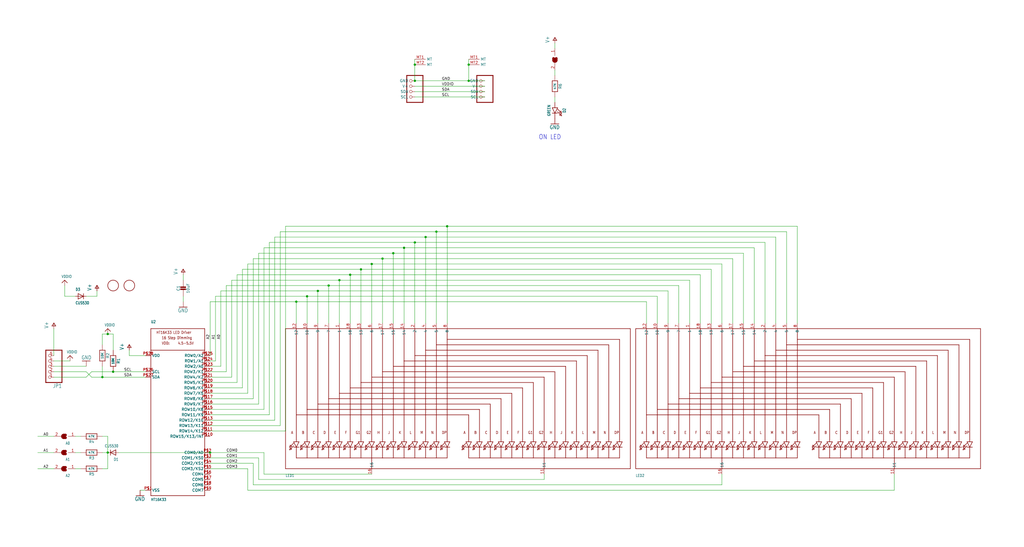
<source format=kicad_sch>
(kicad_sch (version 20230121) (generator eeschema)
  (paper "User" 482.803 257.835)
  (lib_symbols
    (symbol "working-eagle-import:CAP_CERAMIC0805-NOOUTLINE"
      (property "Reference" "C" (at -2.29 1.25 90))
      (symbol "CAP_CERAMIC0805-NOOUTLINE_1_0"
        (pin passive line (at 0 5.08 270) (length 2.54) (name "1") (number "1"))
        (pin passive line (at 0 -2.54 90) (length 2.54) (name "2") (number "2"))
      )
    )
    (symbol "working-eagle-import:DIODESOD-323F"
      (property "Reference" "D" (at -2.54 2.54 0))
      (symbol "DIODESOD-323F_1_0"
        (pin passive line (at -2.54 0 0) (length 2.54) (name "A") (number "A"))
        (pin passive line (at 2.54 0 180) (length 2.54) (name "C") (number "C"))
      )
    )
    (symbol "working-eagle-import:DISP_SEGMENT_STARBURST_DUAL_COMMONCATHODE"
      (property "Reference" "LED" (at -81.28 38.1 0))
      (symbol "DISP_SEGMENT_STARBURST_DUAL_COMMONCATHODE_1_0"
        (text "A" (at -78.74 17.78 0) (effects (font (size 1.27 1.0795)) (justify left bottom)))
        (text "A" (at 2.54 17.78 0) (effects (font (size 1.27 1.0795)) (justify left bottom)))
        (text "B" (at -73.66 17.78 0) (effects (font (size 1.27 1.0795)) (justify left bottom)))
        (text "B" (at 7.62 17.78 0) (effects (font (size 1.27 1.0795)) (justify left bottom)))
        (text "C" (at -68.58 17.78 0) (effects (font (size 1.27 1.0795)) (justify left bottom)))
        (text "C" (at 12.7 17.78 0) (effects (font (size 1.27 1.0795)) (justify left bottom)))
        (text "D" (at -63.5 17.78 0) (effects (font (size 1.27 1.0795)) (justify left bottom)))
        (text "D" (at 17.78 17.78 0) (effects (font (size 1.27 1.0795)) (justify left bottom)))
        (text "DP" (at -7.62 17.78 0) (effects (font (size 1.27 1.0795)) (justify left bottom)))
        (text "DP" (at 73.66 17.78 0) (effects (font (size 1.27 1.0795)) (justify left bottom)))
        (text "E" (at -58.42 17.78 0) (effects (font (size 1.27 1.0795)) (justify left bottom)))
        (text "E" (at 22.86 17.78 0) (effects (font (size 1.27 1.0795)) (justify left bottom)))
        (text "F" (at -53.34 17.78 0) (effects (font (size 1.27 1.0795)) (justify left bottom)))
        (text "F" (at 27.94 17.78 0) (effects (font (size 1.27 1.0795)) (justify left bottom)))
        (text "G1" (at -48.26 17.78 0) (effects (font (size 1.27 1.0795)) (justify left bottom)))
        (text "G1" (at 33.02 17.78 0) (effects (font (size 1.27 1.0795)) (justify left bottom)))
        (text "G2" (at -43.18 17.78 0) (effects (font (size 1.27 1.0795)) (justify left bottom)))
        (text "G2" (at 38.1 17.78 0) (effects (font (size 1.27 1.0795)) (justify left bottom)))
        (text "H" (at -38.1 17.78 0) (effects (font (size 1.27 1.0795)) (justify left bottom)))
        (text "H" (at 43.18 17.78 0) (effects (font (size 1.27 1.0795)) (justify left bottom)))
        (text "J" (at -33.02 17.78 0) (effects (font (size 1.27 1.0795)) (justify left bottom)))
        (text "J" (at 48.26 17.78 0) (effects (font (size 1.27 1.0795)) (justify left bottom)))
        (text "K" (at -27.94 17.78 0) (effects (font (size 1.27 1.0795)) (justify left bottom)))
        (text "K" (at 53.34 17.78 0) (effects (font (size 1.27 1.0795)) (justify left bottom)))
        (text "L" (at -22.86 17.78 0) (effects (font (size 1.27 1.0795)) (justify left bottom)))
        (text "L" (at 58.42 17.78 0) (effects (font (size 1.27 1.0795)) (justify left bottom)))
        (text "M" (at -17.78 17.78 0) (effects (font (size 1.27 1.0795)) (justify left bottom)))
        (text "M" (at 63.5 17.78 0) (effects (font (size 1.27 1.0795)) (justify left bottom)))
        (text "N" (at -12.7 17.78 0) (effects (font (size 1.27 1.0795)) (justify left bottom)))
        (text "N" (at 68.58 17.78 0) (effects (font (size 1.27 1.0795)) (justify left bottom)))
        (pin bidirectional line (at -55.88 -33.02 90) (length 2.54) (name "1") (number "1"))
        (pin bidirectional line (at -71.12 -33.02 90) (length 2.54) (name "10") (number "10"))
        (pin bidirectional line (at 40.64 38.1 270) (length 2.54) (name "11") (number "11"))
        (pin bidirectional line (at -76.2 -33.02 90) (length 2.54) (name "12") (number "12"))
        (pin bidirectional line (at -45.72 -33.02 90) (length 2.54) (name "13") (number "13"))
        (pin bidirectional line (at -25.4 -33.02 90) (length 2.54) (name "14") (number "14"))
        (pin bidirectional line (at -30.48 -33.02 90) (length 2.54) (name "15") (number "15"))
        (pin bidirectional line (at -40.64 38.1 270) (length 2.54) (name "16") (number "16"))
        (pin bidirectional line (at -35.56 -33.02 90) (length 2.54) (name "17") (number "17"))
        (pin bidirectional line (at -50.8 -33.02 90) (length 2.54) (name "18") (number "18"))
        (pin bidirectional line (at -20.32 -33.02 90) (length 2.54) (name "2") (number "2"))
        (pin bidirectional line (at -15.24 -33.02 90) (length 2.54) (name "4") (number "4"))
        (pin bidirectional line (at -10.16 -33.02 90) (length 2.54) (name "5") (number "5"))
        (pin bidirectional line (at -40.64 -33.02 90) (length 2.54) (name "6") (number "6"))
        (pin bidirectional line (at -60.96 -33.02 90) (length 2.54) (name "7") (number "7"))
        (pin bidirectional line (at -5.08 -33.02 90) (length 2.54) (name "8") (number "8"))
        (pin bidirectional line (at -66.04 -33.02 90) (length 2.54) (name "9") (number "9"))
      )
    )
    (symbol "working-eagle-import:FIDUCIAL")
    (symbol "working-eagle-import:GND" (power)
      (property "Value" "GND" (at -2.54 -2.54 0))
      (symbol "GND_1_0"
        (pin power_in line (at 0 2.54 270) (length 2.54) (name "GND") (number "1"))
      )
    )
    (symbol "working-eagle-import:HEADER-1X570MIL"
      (property "Reference" "JP" (at -6.35 8.255 0))
      (symbol "HEADER-1X570MIL_1_0"
        (pin passive inverted (at -2.54 5.08 0) (length 2.54) (name "1") (number "1"))
        (pin passive inverted (at -2.54 2.54 0) (length 2.54) (name "2") (number "2"))
        (pin passive inverted (at -2.54 0 0) (length 2.54) (name "3") (number "3"))
        (pin passive inverted (at -2.54 -2.54 0) (length 2.54) (name "4") (number "4"))
        (pin passive inverted (at -2.54 -5.08 0) (length 2.54) (name "5") (number "5"))
      )
    )
    (symbol "working-eagle-import:HT16K33_SOP28_SKINNY"
      (property "Reference" "U" (at -12.7 40.64 0))
      (symbol "HT16K33_SOP28_SKINNY_1_0"
        (text "16 Step Dimming" (at -7.62 33.02 0) (effects (font (size 1.27 1.0795)) (justify left bottom)))
        (text "4.5-5.5V" (at 0 30.48 0) (effects (font (size 1.27 1.0795)) (justify left bottom)))
        (text "HT16K33 LED Driver" (at -10.16 35.56 0) (effects (font (size 1.27 1.0795)) (justify left bottom)))
        (text "VDD:" (at -7.62 30.48 0) (effects (font (size 1.27 1.0795)) (justify left bottom)))
        (pin bidirectional line (at -15.24 -38.1 0) (length 2.54) (name "VSS") (number "P$1"))
        (pin bidirectional line (at 15.24 -12.7 180) (length 2.54) (name "ROW15/K13/INT") (number "P$10"))
        (pin bidirectional line (at 15.24 -10.16 180) (length 2.54) (name "ROW14/K12") (number "P$11"))
        (pin bidirectional line (at 15.24 -7.62 180) (length 2.54) (name "ROW13/K11") (number "P$12"))
        (pin bidirectional line (at 15.24 -5.08 180) (length 2.54) (name "ROW12/K10") (number "P$13"))
        (pin bidirectional line (at 15.24 -2.54 180) (length 2.54) (name "ROW11/K9") (number "P$14"))
        (pin bidirectional line (at 15.24 0 180) (length 2.54) (name "ROW10/K8") (number "P$15"))
        (pin bidirectional line (at 15.24 2.54 180) (length 2.54) (name "ROW9/K7") (number "P$16"))
        (pin bidirectional line (at 15.24 5.08 180) (length 2.54) (name "ROW8/K6") (number "P$17"))
        (pin bidirectional line (at 15.24 7.62 180) (length 2.54) (name "ROW7/K5") (number "P$18"))
        (pin bidirectional line (at 15.24 10.16 180) (length 2.54) (name "ROW6/K4") (number "P$19"))
        (pin bidirectional line (at 15.24 -20.32 180) (length 2.54) (name "COM0/AD") (number "P$2"))
        (pin bidirectional line (at 15.24 12.7 180) (length 2.54) (name "ROW5/K3") (number "P$20"))
        (pin bidirectional line (at 15.24 15.24 180) (length 2.54) (name "ROW4/K2") (number "P$21"))
        (pin bidirectional line (at 15.24 17.78 180) (length 2.54) (name "ROW3/K1") (number "P$22"))
        (pin bidirectional line (at 15.24 20.32 180) (length 2.54) (name "ROW2/A0") (number "P$23"))
        (pin bidirectional line (at 15.24 22.86 180) (length 2.54) (name "ROW1/A1") (number "P$24"))
        (pin bidirectional line (at 15.24 25.4 180) (length 2.54) (name "ROW0/A2") (number "P$25"))
        (pin bidirectional line (at -15.24 17.78 0) (length 2.54) (name "SCL") (number "P$26"))
        (pin bidirectional line (at -15.24 15.24 0) (length 2.54) (name "SDA") (number "P$27"))
        (pin bidirectional line (at -15.24 25.4 0) (length 2.54) (name "VDD") (number "P$28"))
        (pin bidirectional line (at 15.24 -22.86 180) (length 2.54) (name "COM1/KS0") (number "P$3"))
        (pin bidirectional line (at 15.24 -25.4 180) (length 2.54) (name "COM2/KS1") (number "P$4"))
        (pin bidirectional line (at 15.24 -27.94 180) (length 2.54) (name "COM3/KS2") (number "P$5"))
        (pin bidirectional line (at 15.24 -30.48 180) (length 2.54) (name "COM4") (number "P$6"))
        (pin bidirectional line (at 15.24 -33.02 180) (length 2.54) (name "COM5") (number "P$7"))
        (pin bidirectional line (at 15.24 -35.56 180) (length 2.54) (name "COM6") (number "P$8"))
        (pin bidirectional line (at 15.24 -38.1 180) (length 2.54) (name "COM7") (number "P$9"))
      )
    )
    (symbol "working-eagle-import:LED0603_NOOUTLINE"
      (property "Reference" "D" (at -1.27 4.445 0))
      (symbol "LED0603_NOOUTLINE_1_0"
        (pin passive line (at -5.08 0 0) (length 2.54) (name "A") (number "A"))
        (pin passive line (at 2.54 0 180) (length 2.54) (name "C") (number "C"))
      )
    )
    (symbol "working-eagle-import:RESISTOR_0603_NOOUT"
      (property "Reference" "R" (at 0 2.54 0))
      (symbol "RESISTOR_0603_NOOUT_1_0"
        (pin passive line (at -5.08 0 0) (length 2.54) (name "1") (number "1"))
        (pin passive line (at 5.08 0 180) (length 2.54) (name "2") (number "2"))
      )
    )
    (symbol "working-eagle-import:SOLDERJUMPERCLOSED"
      (property "Reference" "SJ" (at -2.54 2.54 0))
      (symbol "SOLDERJUMPERCLOSED_1_0"
        (pin passive line (at -5.08 0 0) (length 2.54) (name "1") (number "1"))
        (pin passive line (at 5.08 0 180) (length 2.54) (name "2") (number "2"))
      )
    )
    (symbol "working-eagle-import:SOLDERJUMPERREFLOW_NOPASTE"
      (property "Reference" "SJ" (at -2.54 2.54 0))
      (symbol "SOLDERJUMPERREFLOW_NOPASTE_1_0"
        (pin passive line (at -5.08 0 0) (length 2.54) (name "1") (number "1"))
        (pin passive line (at 5.08 0 180) (length 2.54) (name "2") (number "2"))
      )
    )
    (symbol "working-eagle-import:STEMMA_I2C_QTRA"
      (symbol "STEMMA_I2C_QTRA_1_0"
        (pin passive inverted (at 0 5.08 0) (length 2.54) (name "GND") (number "1"))
        (pin passive inverted (at 0 2.54 0) (length 2.54) (name "V+") (number "2"))
        (pin passive inverted (at 0 0 0) (length 2.54) (name "SDA") (number "3"))
        (pin passive inverted (at 0 -2.54 0) (length 2.54) (name "SCL") (number "4"))
      )
      (symbol "STEMMA_I2C_QTRA_2_0"
        (pin bidirectional line (at 0 0 0) (length 5.08) (name "MT") (number "MT1"))
      )
      (symbol "STEMMA_I2C_QTRA_3_0"
        (pin bidirectional line (at 0 0 0) (length 5.08) (name "MT") (number "MT2"))
      )
    )
    (symbol "working-eagle-import:V+" (power)
      (property "Value" "V+" (at -2.54 -2.54 90))
      (symbol "V+_1_0"
        (pin power_in line (at 0 -2.54 90) (length 2.54) (name "V+") (number "1"))
      )
    )
    (symbol "working-eagle-import:VDDIO" (power)
      (property "Value" "VDDIO" (at -1.524 1.016 0))
      (symbol "VDDIO_1_0"
        (pin power_in line (at 0 -2.54 90) (length 2.54) (name "VDDIO") (number "1"))
      )
    )
  )
  (junction (at 53.34 175.26))
  (junction (at 180.34 121.92))
  (junction (at 48.26 177.8))
  (junction (at 195.58 38.1))
  (junction (at 220.98 38.1))
  (junction (at 210.82 106.68))
  (junction (at 195.58 30.48))
  (junction (at 50.8 157.48))
  (junction (at 220.98 30.48))
  (junction (at 200.66 111.76))
  (junction (at 195.58 114.3))
  (junction (at 154.94 134.62))
  (junction (at 99.06 213.36))
  (junction (at 185.42 119.38))
  (junction (at 50.8 213.36))
  (junction (at 205.74 109.22))
  (junction (at 175.26 124.46))
  (junction (at 160.02 132.08))
  (junction (at 165.1 129.54))
  (junction (at 190.5 116.84))
  (junction (at 170.18 127))
  (junction (at 149.86 137.16))
  (junction (at 144.78 139.7))
  (junction (at 139.7 142.24))
  (wire (pts (xy 195.58 30.48) (xy 195.58 38.1)) (stroke (width 0.1524)))
  (wire (pts (xy 86.36 129.54) (xy 86.36 132.08)) (stroke (width 0.1524)))
  (wire (pts (xy 127 114.3) (xy 195.58 114.3)) (stroke (width 0.1524)))
  (wire (pts (xy 175.26 124.46) (xy 175.26 152.4)) (stroke (width 0.1524)))
  (wire (pts (xy 68.58 167.64) (xy 60.96 167.64)) (stroke (width 0.1524)))
  (wire (pts (xy 129.54 198.12) (xy 129.54 111.76)) (stroke (width 0.1524)))
  (wire (pts (xy 35.56 139.7) (xy 30.48 139.7)) (stroke (width 0.1524)))
  (wire (pts (xy 132.08 200.66) (xy 132.08 109.22)) (stroke (width 0.1524)))
  (wire (pts (xy 99.06 218.44) (xy 119.38 218.44)) (stroke (width 0.1524)))
  (wire (pts (xy 48.26 205.74) (xy 50.8 205.74)) (stroke (width 0.1524)))
  (wire (pts (xy 106.68 134.62) (xy 154.94 134.62)) (stroke (width 0.1524)))
  (wire (pts (xy 261.62 33.02) (xy 261.62 35.56)) (stroke (width 0.1524)))
  (wire (pts (xy 121.92 119.38) (xy 185.42 119.38)) (stroke (width 0.1524)))
  (wire (pts (xy 190.5 116.84) (xy 190.5 152.4)) (stroke (width 0.1524)))
  (wire (pts (xy 43.18 177.8) (xy 48.26 177.8)) (stroke (width 0.1524)))
  (wire (pts (xy 200.66 111.76) (xy 365.76 111.76)) (stroke (width 0.1524)))
  (wire (pts (xy 25.4 213.36) (xy 17.78 213.36)) (stroke (width 0.1524)))
  (wire (pts (xy 104.14 172.72) (xy 104.14 137.16)) (stroke (width 0.1524)))
  (wire (pts (xy 99.06 177.8) (xy 109.22 177.8)) (stroke (width 0.1524)))
  (wire (pts (xy 154.94 134.62) (xy 154.94 152.4)) (stroke (width 0.1524)))
  (wire (pts (xy 99.06 187.96) (xy 119.38 187.96)) (stroke (width 0.1524)))
  (wire (pts (xy 121.92 215.9) (xy 121.92 226.06)) (stroke (width 0.1524)))
  (wire (pts (xy 45.72 137.16) (xy 45.72 139.7)) (stroke (width 0.1524)))
  (wire (pts (xy 180.34 121.92) (xy 180.34 152.4)) (stroke (width 0.1524)))
  (wire (pts (xy 50.8 220.98) (xy 50.8 213.36)) (stroke (width 0.1524)))
  (wire (pts (xy 165.1 129.54) (xy 330.2 129.54)) (stroke (width 0.1524)))
  (wire (pts (xy 50.8 157.48) (xy 53.34 157.48)) (stroke (width 0.1524)))
  (wire (pts (xy 45.72 139.7) (xy 40.64 139.7)) (stroke (width 0.1524)))
  (wire (pts (xy 261.62 20.32) (xy 261.62 22.86)) (stroke (width 0.1524)))
  (wire (pts (xy 124.46 116.84) (xy 190.5 116.84)) (stroke (width 0.1524)))
  (wire (pts (xy 99.06 175.26) (xy 106.68 175.26)) (stroke (width 0.1524)))
  (wire (pts (xy 220.98 30.48) (xy 220.98 27.94)) (stroke (width 0.1524)))
  (wire (pts (xy 38.1 220.98) (xy 35.56 220.98)) (stroke (width 0.1524)))
  (wire (pts (xy 149.86 137.16) (xy 149.86 152.4)) (stroke (width 0.1524)))
  (wire (pts (xy 170.18 127) (xy 335.28 127)) (stroke (width 0.1524)))
  (wire (pts (xy 53.34 157.48) (xy 53.34 165.1)) (stroke (width 0.1524)))
  (wire (pts (xy 154.94 134.62) (xy 320.04 134.62)) (stroke (width 0.1524)))
  (wire (pts (xy 43.18 175.26) (xy 40.64 177.8)) (stroke (width 0.1524)))
  (wire (pts (xy 134.62 203.2) (xy 134.62 106.68)) (stroke (width 0.1524)))
  (wire (pts (xy 256.54 226.06) (xy 256.54 223.52)) (stroke (width 0.1524)))
  (wire (pts (xy 55.88 213.36) (xy 99.06 213.36)) (stroke (width 0.1524)))
  (wire (pts (xy 101.6 170.18) (xy 101.6 139.7)) (stroke (width 0.1524)))
  (wire (pts (xy 101.6 139.7) (xy 144.78 139.7)) (stroke (width 0.1524)))
  (wire (pts (xy 185.42 119.38) (xy 185.42 152.4)) (stroke (width 0.1524)))
  (wire (pts (xy 99.06 195.58) (xy 127 195.58)) (stroke (width 0.1524)))
  (wire (pts (xy 99.06 215.9) (xy 121.92 215.9)) (stroke (width 0.1524)))
  (wire (pts (xy 111.76 180.34) (xy 111.76 129.54)) (stroke (width 0.1524)))
  (wire (pts (xy 360.68 114.3) (xy 360.68 152.4)) (stroke (width 0.1524)))
  (wire (pts (xy 99.06 190.5) (xy 121.92 190.5)) (stroke (width 0.1524)))
  (wire (pts (xy 134.62 106.68) (xy 210.82 106.68)) (stroke (width 0.1524)))
  (wire (pts (xy 195.58 114.3) (xy 360.68 114.3)) (stroke (width 0.1524)))
  (wire (pts (xy 200.66 111.76) (xy 200.66 152.4)) (stroke (width 0.1524)))
  (wire (pts (xy 180.34 121.92) (xy 345.44 121.92)) (stroke (width 0.1524)))
  (wire (pts (xy 99.06 213.36) (xy 124.46 213.36)) (stroke (width 0.1524)))
  (wire (pts (xy 99.06 142.24) (xy 139.7 142.24)) (stroke (width 0.1524)))
  (wire (pts (xy 340.36 228.6) (xy 340.36 223.52)) (stroke (width 0.1524)))
  (wire (pts (xy 114.3 127) (xy 170.18 127)) (stroke (width 0.1524)))
  (wire (pts (xy 129.54 111.76) (xy 200.66 111.76)) (stroke (width 0.1524)))
  (wire (pts (xy 175.26 124.46) (xy 340.36 124.46)) (stroke (width 0.1524)))
  (wire (pts (xy 309.88 139.7) (xy 309.88 152.4)) (stroke (width 0.1524)))
  (wire (pts (xy 119.38 218.44) (xy 119.38 228.6)) (stroke (width 0.1524)))
  (wire (pts (xy 205.74 109.22) (xy 205.74 152.4)) (stroke (width 0.1524)))
  (wire (pts (xy 170.18 127) (xy 170.18 152.4)) (stroke (width 0.1524)))
  (wire (pts (xy 114.3 182.88) (xy 114.3 127)) (stroke (width 0.1524)))
  (wire (pts (xy 350.52 119.38) (xy 350.52 152.4)) (stroke (width 0.1524)))
  (wire (pts (xy 228.6 43.18) (xy 195.58 43.18)) (stroke (width 0.1524)))
  (wire (pts (xy 38.1 205.74) (xy 35.56 205.74)) (stroke (width 0.1524)))
  (wire (pts (xy 119.38 121.92) (xy 180.34 121.92)) (stroke (width 0.1524)))
  (wire (pts (xy 106.68 175.26) (xy 106.68 134.62)) (stroke (width 0.1524)))
  (wire (pts (xy 119.38 187.96) (xy 119.38 121.92)) (stroke (width 0.1524)))
  (wire (pts (xy 228.6 45.72) (xy 195.58 45.72)) (stroke (width 0.1524)))
  (wire (pts (xy 144.78 139.7) (xy 309.88 139.7)) (stroke (width 0.1524)))
  (wire (pts (xy 50.8 213.36) (xy 50.8 205.74)) (stroke (width 0.1524)))
  (wire (pts (xy 48.26 157.48) (xy 50.8 157.48)) (stroke (width 0.1524)))
  (wire (pts (xy 33.02 170.18) (xy 25.4 170.18)) (stroke (width 0.1524)))
  (wire (pts (xy 314.96 137.16) (xy 314.96 152.4)) (stroke (width 0.1524)))
  (wire (pts (xy 124.46 193.04) (xy 124.46 116.84)) (stroke (width 0.1524)))
  (wire (pts (xy 48.26 162.56) (xy 48.26 157.48)) (stroke (width 0.1524)))
  (wire (pts (xy 304.8 142.24) (xy 304.8 152.4)) (stroke (width 0.1524)))
  (wire (pts (xy 195.58 27.94) (xy 195.58 30.48)) (stroke (width 0.1524)))
  (wire (pts (xy 116.84 220.98) (xy 116.84 231.14)) (stroke (width 0.1524)))
  (wire (pts (xy 210.82 106.68) (xy 210.82 152.4)) (stroke (width 0.1524)))
  (wire (pts (xy 116.84 124.46) (xy 175.26 124.46)) (stroke (width 0.1524)))
  (wire (pts (xy 210.82 106.68) (xy 375.92 106.68)) (stroke (width 0.1524)))
  (wire (pts (xy 99.06 172.72) (xy 104.14 172.72)) (stroke (width 0.1524)))
  (wire (pts (xy 190.5 116.84) (xy 355.6 116.84)) (stroke (width 0.1524)))
  (wire (pts (xy 121.92 190.5) (xy 121.92 119.38)) (stroke (width 0.1524)))
  (wire (pts (xy 185.42 119.38) (xy 350.52 119.38)) (stroke (width 0.1524)))
  (wire (pts (xy 17.78 205.74) (xy 25.4 205.74)) (stroke (width 0.1524)))
  (wire (pts (xy 375.92 106.68) (xy 375.92 152.4)) (stroke (width 0.1524)))
  (wire (pts (xy 228.6 38.1) (xy 220.98 38.1)) (stroke (width 0.1524)))
  (wire (pts (xy 320.04 134.62) (xy 320.04 152.4)) (stroke (width 0.1524)))
  (wire (pts (xy 144.78 139.7) (xy 144.78 152.4)) (stroke (width 0.1524)))
  (wire (pts (xy 99.06 185.42) (xy 116.84 185.42)) (stroke (width 0.1524)))
  (wire (pts (xy 261.62 48.26) (xy 261.62 45.72)) (stroke (width 0.1524)))
  (wire (pts (xy 38.1 213.36) (xy 35.56 213.36)) (stroke (width 0.1524)))
  (wire (pts (xy 124.46 223.52) (xy 175.26 223.52)) (stroke (width 0.1524)))
  (wire (pts (xy 60.96 167.64) (xy 60.96 165.1)) (stroke (width 0.1524)))
  (wire (pts (xy 149.86 137.16) (xy 314.96 137.16)) (stroke (width 0.1524)))
  (wire (pts (xy 104.14 137.16) (xy 149.86 137.16)) (stroke (width 0.1524)))
  (wire (pts (xy 48.26 177.8) (xy 48.26 172.72)) (stroke (width 0.1524)))
  (wire (pts (xy 116.84 185.42) (xy 116.84 124.46)) (stroke (width 0.1524)))
  (wire (pts (xy 220.98 38.1) (xy 220.98 30.48)) (stroke (width 0.1524)))
  (wire (pts (xy 330.2 129.54) (xy 330.2 152.4)) (stroke (width 0.1524)))
  (wire (pts (xy 160.02 132.08) (xy 160.02 152.4)) (stroke (width 0.1524)))
  (wire (pts (xy 139.7 142.24) (xy 304.8 142.24)) (stroke (width 0.1524)))
  (wire (pts (xy 365.76 111.76) (xy 365.76 152.4)) (stroke (width 0.1524)))
  (wire (pts (xy 335.28 127) (xy 335.28 152.4)) (stroke (width 0.1524)))
  (wire (pts (xy 99.06 203.2) (xy 134.62 203.2)) (stroke (width 0.1524)))
  (wire (pts (xy 132.08 109.22) (xy 205.74 109.22)) (stroke (width 0.1524)))
  (wire (pts (xy 99.06 167.64) (xy 99.06 142.24)) (stroke (width 0.1524)))
  (wire (pts (xy 99.06 220.98) (xy 116.84 220.98)) (stroke (width 0.1524)))
  (wire (pts (xy 66.04 231.14) (xy 68.58 231.14)) (stroke (width 0.1524)))
  (wire (pts (xy 340.36 124.46) (xy 340.36 152.4)) (stroke (width 0.1524)))
  (wire (pts (xy 68.58 177.8) (xy 48.26 177.8)) (stroke (width 0.1524)))
  (wire (pts (xy 25.4 175.26) (xy 40.64 175.26)) (stroke (width 0.1524)))
  (wire (pts (xy 325.12 132.08) (xy 325.12 152.4)) (stroke (width 0.1524)))
  (wire (pts (xy 205.74 109.22) (xy 370.84 109.22)) (stroke (width 0.1524)))
  (wire (pts (xy 25.4 167.64) (xy 25.4 154.94)) (stroke (width 0.1524)))
  (wire (pts (xy 355.6 116.84) (xy 355.6 152.4)) (stroke (width 0.1524)))
  (wire (pts (xy 195.58 114.3) (xy 195.58 152.4)) (stroke (width 0.1524)))
  (wire (pts (xy 111.76 129.54) (xy 165.1 129.54)) (stroke (width 0.1524)))
  (wire (pts (xy 40.64 172.72) (xy 25.4 172.72)) (stroke (width 0.1524)))
  (wire (pts (xy 48.26 220.98) (xy 50.8 220.98)) (stroke (width 0.1524)))
  (wire (pts (xy 25.4 220.98) (xy 17.78 220.98)) (stroke (width 0.1524)))
  (wire (pts (xy 68.58 175.26) (xy 53.34 175.26)) (stroke (width 0.1524)))
  (wire (pts (xy 40.64 177.8) (xy 25.4 177.8)) (stroke (width 0.1524)))
  (wire (pts (xy 99.06 170.18) (xy 101.6 170.18)) (stroke (width 0.1524)))
  (wire (pts (xy 99.06 180.34) (xy 111.76 180.34)) (stroke (width 0.1524)))
  (wire (pts (xy 124.46 213.36) (xy 124.46 223.52)) (stroke (width 0.1524)))
  (wire (pts (xy 109.22 177.8) (xy 109.22 132.08)) (stroke (width 0.1524)))
  (wire (pts (xy 160.02 132.08) (xy 325.12 132.08)) (stroke (width 0.1524)))
  (wire (pts (xy 121.92 226.06) (xy 256.54 226.06)) (stroke (width 0.1524)))
  (wire (pts (xy 30.48 139.7) (xy 30.48 134.62)) (stroke (width 0.1524)))
  (wire (pts (xy 99.06 182.88) (xy 114.3 182.88)) (stroke (width 0.1524)))
  (wire (pts (xy 40.64 175.26) (xy 43.18 177.8)) (stroke (width 0.1524)))
  (wire (pts (xy 345.44 121.92) (xy 345.44 152.4)) (stroke (width 0.1524)))
  (wire (pts (xy 99.06 198.12) (xy 129.54 198.12)) (stroke (width 0.1524)))
  (wire (pts (xy 421.64 231.14) (xy 421.64 223.52)) (stroke (width 0.1524)))
  (wire (pts (xy 220.98 38.1) (xy 195.58 38.1)) (stroke (width 0.1524)))
  (wire (pts (xy 127 195.58) (xy 127 114.3)) (stroke (width 0.1524)))
  (wire (pts (xy 139.7 142.24) (xy 139.7 152.4)) (stroke (width 0.1524)))
  (wire (pts (xy 109.22 132.08) (xy 160.02 132.08)) (stroke (width 0.1524)))
  (wire (pts (xy 99.06 193.04) (xy 124.46 193.04)) (stroke (width 0.1524)))
  (wire (pts (xy 53.34 175.26) (xy 43.18 175.26)) (stroke (width 0.1524)))
  (wire (pts (xy 370.84 109.22) (xy 370.84 152.4)) (stroke (width 0.1524)))
  (wire (pts (xy 116.84 231.14) (xy 421.64 231.14)) (stroke (width 0.1524)))
  (wire (pts (xy 48.26 213.36) (xy 50.8 213.36)) (stroke (width 0.1524)))
  (wire (pts (xy 99.06 200.66) (xy 132.08 200.66)) (stroke (width 0.1524)))
  (wire (pts (xy 119.38 228.6) (xy 340.36 228.6)) (stroke (width 0.1524)))
  (wire (pts (xy 86.36 142.24) (xy 86.36 139.7)) (stroke (width 0.1524)))
  (wire (pts (xy 165.1 129.54) (xy 165.1 152.4)) (stroke (width 0.1524)))
  (wire (pts (xy 228.6 40.64) (xy 195.58 40.64)) (stroke (width 0.1524)))
  (text "ON LED" (at 254 66.04 0) (effects (font (size 2.1844 1.8567)) (justify left bottom)))
  (label "A2" (at 22.86 220.98 180) (effects (font (size 1.2446 1.2446))))
  (label "SDA" (at 208.28 43.18 0) (effects (font (size 1.2446 1.2446))))
  (label "COM2" (at 106.68 218.44 0) (effects (font (size 1.2446 1.2446))))
  (label "A2" (at 99.06 160.02 90) (effects (font (size 1.2446 1.2446))))
  (label "SCL" (at 208.28 45.72 0) (effects (font (size 1.2446 1.2446))))
  (label "COM3" (at 106.68 220.98 0) (effects (font (size 1.2446 1.2446))))
  (label "A1" (at 22.86 213.36 180) (effects (font (size 1.2446 1.2446))))
  (label "A0" (at 104.14 160.02 90) (effects (font (size 1.2446 1.2446))))
  (label "SCL" (at 58.42 175.26 0) (effects (font (size 1.2446 1.2446))))
  (label "A1" (at 101.6 160.02 90) (effects (font (size 1.2446 1.2446))))
  (label "GND" (at 208.28 38.1 0) (effects (font (size 1.2446 1.2446))))
  (label "A0" (at 22.86 205.74 180) (effects (font (size 1.2446 1.2446))))
  (label "SDA" (at 58.42 177.8 0) (effects (font (size 1.2446 1.2446))))
  (label "VDDIO" (at 208.28 40.64 0) (effects (font (size 1.2446 1.2446))))
  (label "COM1" (at 106.68 215.9 0) (effects (font (size 1.2446 1.2446))))
  (label "COM0" (at 106.68 213.36 0) (effects (font (size 1.2446 1.2446))))
  (symbol (lib_id "working-eagle-import:RESISTOR_0603_NOOUT") (at 43.18 220.98 180) (unit 1)
    (property "Reference" "R5" (at 43.18 223.52 0))
    (property "Value" "47K" (at 43.18 220.98 0) (effects (font (size 1.016 1.016) bold)))
    (property "Footprint" "working:0603-NO" (effects hide))
  )
  (symbol (lib_id "working-eagle-import:RESISTOR_0603_NOOUT") (at 48.26 167.64 270) (unit 1)
    (property "Reference" "R2" (at 50.8 167.64 0))
    (property "Value" "10K" (at 48.26 167.64 0) (effects (font (size 1.016 1.016) bold)))
    (property "Footprint" "working:0603-NO" (effects hide))
  )
  (symbol (lib_id "working-eagle-import:VDDIO") (at 30.48 132.08 0) (unit 1)
    (property "Reference" "#U$4" (effects hide))
    (property "Value" "VDDIO" (at 28.956 131.064 0) (effects (font (size 1.27 1.0795)) (justify left bottom)))
  )
  (symbol (lib_id "working-eagle-import:HT16K33_SOP28_SKINNY") (at 83.82 193.04 0) (unit 1)
    (property "Reference" "U2" (at 71.12 152.4 0) (effects (font (size 1.27 1.0795)) (justify left bottom)))
    (property "Value" "HT16K33" (at 71.12 236.22 0) (effects (font (size 1.27 1.0795)) (justify left bottom)))
    (property "Footprint" "working:SOP28_300MIL_SKINNY" (effects hide))
  )
  (symbol (lib_id "working-eagle-import:DISP_SEGMENT_STARBURST_DUAL_COMMONCATHODE") (at 381 185.42 0) (mirror x) (unit 1)
    (property "Reference" "LED2" (at 299.72 223.52 0) (effects (font (size 1.27 1.0795)) (justify left bottom)))
    (property "Value" "DISP_SEGMENT_STARBURST_DUAL_COMMONCATHODE" (effects hide))
    (property "Footprint" "working:SEGMENT_STARTBUST_DUAL_KWA-541CBB" (effects hide))
  )
  (symbol (lib_id "working-eagle-import:STEMMA_I2C_QTRA") (at 220.98 27.94 0) (unit 2)
    (property "Reference" "CONN2" (effects hide))
    (property "Value" "STEMMA_I2C_QTRA" (effects hide))
    (property "Footprint" "working:JST_SH4_RA" (effects hide))
  )
  (symbol (lib_id "working-eagle-import:LED0603_NOOUTLINE") (at 261.62 53.34 270) (unit 1)
    (property "Reference" "D2" (at 266.065 52.07 0) (effects (font (size 1.27 1.0795))))
    (property "Value" "GREEN" (at 258.826 52.07 0) (effects (font (size 1.27 1.0795))))
    (property "Footprint" "working:CHIPLED_0603_NOOUTLINE" (effects hide))
  )
  (symbol (lib_id "working-eagle-import:STEMMA_I2C_QTRA") (at 220.98 30.48 0) (unit 3)
    (property "Reference" "CONN2" (effects hide))
    (property "Value" "STEMMA_I2C_QTRA" (effects hide))
    (property "Footprint" "working:JST_SH4_RA" (effects hide))
  )
  (symbol (lib_id "working-eagle-import:FIDUCIAL") (at 60.96 134.62 0) (unit 1)
    (property "Reference" "U$2" (effects hide))
    (property "Value" "FIDUCIAL" (effects hide))
    (property "Footprint" "working:FIDUCIAL_1MM" (effects hide))
  )
  (symbol (lib_id "working-eagle-import:RESISTOR_0603_NOOUT") (at 261.62 40.64 270) (unit 1)
    (property "Reference" "R6" (at 264.16 40.64 0))
    (property "Value" "47K" (at 261.62 40.64 0) (effects (font (size 1.016 1.016) bold)))
    (property "Footprint" "working:0603-NO" (effects hide))
  )
  (symbol (lib_id "working-eagle-import:SOLDERJUMPERREFLOW_NOPASTE") (at 30.48 213.36 180) (unit 1)
    (property "Reference" "A1" (at 33.02 215.9 0) (effects (font (size 1.27 1.0795)) (justify left bottom)))
    (property "Value" "SOLDERJUMPERREFLOW_NOPASTE" (effects hide))
    (property "Footprint" "working:SOLDERJUMPER_REFLOW_NOPASTE" (effects hide))
  )
  (symbol (lib_id "working-eagle-import:RESISTOR_0603_NOOUT") (at 43.18 205.74 180) (unit 1)
    (property "Reference" "R4" (at 43.18 208.28 0))
    (property "Value" "47K" (at 43.18 205.74 0) (effects (font (size 1.016 1.016) bold)))
    (property "Footprint" "working:0603-NO" (effects hide))
  )
  (symbol (lib_id "working-eagle-import:V+") (at 261.62 17.78 0) (unit 1)
    (property "Reference" "#P+5" (effects hide))
    (property "Value" "V+" (at 259.08 20.32 90) (effects (font (size 1.778 1.5113)) (justify left bottom)))
  )
  (symbol (lib_id "working-eagle-import:VDDIO") (at 33.02 167.64 0) (unit 1)
    (property "Reference" "#U$9" (effects hide))
    (property "Value" "VDDIO" (at 31.496 166.624 0) (effects (font (size 1.27 1.0795)) (justify left bottom)))
  )
  (symbol (lib_id "working-eagle-import:V+") (at 45.72 134.62 0) (unit 1)
    (property "Reference" "#P+2" (effects hide))
    (property "Value" "V+" (at 43.18 137.16 90) (effects (font (size 1.778 1.5113)) (justify left bottom)))
  )
  (symbol (lib_id "working-eagle-import:SOLDERJUMPERCLOSED") (at 261.62 27.94 270) (unit 1)
    (property "Reference" "LEDJMP0" (effects hide))
    (property "Value" "SOLDERJUMPERCLOSED" (effects hide))
    (property "Footprint" "working:SOLDERJUMPER_CLOSEDWIRE" (effects hide))
  )
  (symbol (lib_id "working-eagle-import:VDDIO") (at 50.8 154.94 0) (unit 1)
    (property "Reference" "#U$5" (effects hide))
    (property "Value" "VDDIO" (at 49.276 153.924 0) (effects (font (size 1.27 1.0795)) (justify left bottom)))
  )
  (symbol (lib_id "working-eagle-import:RESISTOR_0603_NOOUT") (at 43.18 213.36 180) (unit 1)
    (property "Reference" "R3" (at 43.18 215.9 0))
    (property "Value" "47K" (at 43.18 213.36 0) (effects (font (size 1.016 1.016) bold)))
    (property "Footprint" "working:0603-NO" (effects hide))
  )
  (symbol (lib_id "working-eagle-import:GND") (at 66.04 233.68 0) (unit 1)
    (property "Reference" "#GND5" (effects hide))
    (property "Value" "GND" (at 63.5 236.22 0) (effects (font (size 1.778 1.5113)) (justify left bottom)))
  )
  (symbol (lib_id "working-eagle-import:RESISTOR_0603_NOOUT") (at 53.34 170.18 270) (unit 1)
    (property "Reference" "R1" (at 55.88 170.18 0))
    (property "Value" "10K" (at 53.34 170.18 0) (effects (font (size 1.016 1.016) bold)))
    (property "Footprint" "working:0603-NO" (effects hide))
  )
  (symbol (lib_id "working-eagle-import:GND") (at 86.36 144.78 0) (unit 1)
    (property "Reference" "#GND3" (effects hide))
    (property "Value" "GND" (at 83.82 147.32 0) (effects (font (size 1.778 1.5113)) (justify left bottom)))
  )
  (symbol (lib_id "working-eagle-import:FIDUCIAL") (at 53.34 134.62 0) (unit 1)
    (property "Reference" "U$1" (effects hide))
    (property "Value" "FIDUCIAL" (effects hide))
    (property "Footprint" "working:FIDUCIAL_1MM" (effects hide))
  )
  (symbol (lib_id "working-eagle-import:STEMMA_I2C_QTRA") (at 195.58 30.48 0) (unit 3)
    (property "Reference" "CONN1" (effects hide))
    (property "Value" "STEMMA_I2C_QTRA" (effects hide))
    (property "Footprint" "working:JST_SH4_RA" (effects hide))
  )
  (symbol (lib_id "working-eagle-import:SOLDERJUMPERREFLOW_NOPASTE") (at 30.48 205.74 180) (unit 1)
    (property "Reference" "A0" (at 33.02 208.28 0) (effects (font (size 1.27 1.0795)) (justify left bottom)))
    (property "Value" "SOLDERJUMPERREFLOW_NOPASTE" (effects hide))
    (property "Footprint" "working:SOLDERJUMPER_REFLOW_NOPASTE" (effects hide))
  )
  (symbol (lib_id "working-eagle-import:GND") (at 261.62 58.42 0) (unit 1)
    (property "Reference" "#GND6" (effects hide))
    (property "Value" "GND" (at 259.08 60.96 0) (effects (font (size 1.778 1.5113)) (justify left bottom)))
  )
  (symbol (lib_id "working-eagle-import:DIODESOD-323F") (at 38.1 139.7 0) (unit 1)
    (property "Reference" "D3" (at 35.56 137.16 0) (effects (font (size 1.27 1.0795)) (justify left bottom)))
    (property "Value" "CUS530" (at 35.56 143.51 0) (effects (font (size 1.27 1.0795)) (justify left bottom)))
    (property "Footprint" "working:SOD-323F" (effects hide))
  )
  (symbol (lib_id "working-eagle-import:GND") (at 40.64 170.18 180) (unit 1)
    (property "Reference" "#GND2" (effects hide))
    (property "Value" "GND" (at 43.18 167.64 0) (effects (font (size 1.778 1.5113)) (justify left bottom)))
  )
  (symbol (lib_id "working-eagle-import:HEADER-1X570MIL") (at 22.86 172.72 180) (unit 1)
    (property "Reference" "JP1" (at 29.21 180.975 0) (effects (font (size 1.778 1.5113)) (justify left bottom)))
    (property "Value" "HEADER-1X570MIL" (effects hide))
    (property "Footprint" "working:1X05_ROUND_70" (effects hide))
  )
  (symbol (lib_id "working-eagle-import:V+") (at 60.96 162.56 0) (unit 1)
    (property "Reference" "#P+4" (effects hide))
    (property "Value" "V+" (at 58.42 165.1 90) (effects (font (size 1.778 1.5113)) (justify left bottom)))
  )
  (symbol (lib_id "working-eagle-import:DIODESOD-323F") (at 53.34 213.36 180) (unit 1)
    (property "Reference" "D1" (at 55.88 215.9 0) (effects (font (size 1.27 1.0795)) (justify left bottom)))
    (property "Value" "CUS530" (at 55.88 209.55 0) (effects (font (size 1.27 1.0795)) (justify left bottom)))
    (property "Footprint" "working:SOD-323F" (effects hide))
  )
  (symbol (lib_id "working-eagle-import:CAP_CERAMIC0805-NOOUTLINE") (at 86.36 137.16 0) (unit 1)
    (property "Reference" "C1" (at 84.07 135.91 90))
    (property "Value" "10uF" (at 88.66 135.91 90))
    (property "Footprint" "working:0805-NO" (effects hide))
  )
  (symbol (lib_id "working-eagle-import:SOLDERJUMPERREFLOW_NOPASTE") (at 30.48 220.98 180) (unit 1)
    (property "Reference" "A2" (at 33.02 223.52 0) (effects (font (size 1.27 1.0795)) (justify left bottom)))
    (property "Value" "SOLDERJUMPERREFLOW_NOPASTE" (effects hide))
    (property "Footprint" "working:SOLDERJUMPER_REFLOW_NOPASTE" (effects hide))
  )
  (symbol (lib_id "working-eagle-import:V+") (at 86.36 127 0) (unit 1)
    (property "Reference" "#P+1" (effects hide))
    (property "Value" "V+" (at 83.82 129.54 90) (effects (font (size 1.778 1.5113)) (justify left bottom)))
  )
  (symbol (lib_id "working-eagle-import:STEMMA_I2C_QTRA") (at 228.6 43.18 0) (mirror y) (unit 1)
    (property "Reference" "CONN2" (effects hide))
    (property "Value" "STEMMA_I2C_QTRA" (effects hide))
    (property "Footprint" "working:JST_SH4_RA" (effects hide))
  )
  (symbol (lib_id "working-eagle-import:STEMMA_I2C_QTRA") (at 195.58 43.18 0) (mirror y) (unit 1)
    (property "Reference" "CONN1" (effects hide))
    (property "Value" "STEMMA_I2C_QTRA" (effects hide))
    (property "Footprint" "working:JST_SH4_RA" (effects hide))
  )
  (symbol (lib_id "working-eagle-import:V+") (at 25.4 152.4 0) (unit 1)
    (property "Reference" "#P+3" (effects hide))
    (property "Value" "V+" (at 22.86 154.94 90) (effects (font (size 1.778 1.5113)) (justify left bottom)))
  )
  (symbol (lib_id "working-eagle-import:DISP_SEGMENT_STARBURST_DUAL_COMMONCATHODE") (at 215.9 185.42 0) (mirror x) (unit 1)
    (property "Reference" "LED1" (at 134.62 223.52 0) (effects (font (size 1.27 1.0795)) (justify left bottom)))
    (property "Value" "DISP_SEGMENT_STARBURST_DUAL_COMMONCATHODE" (effects hide))
    (property "Footprint" "working:SEGMENT_STARTBUST_DUAL_KWA-541CBB" (effects hide))
  )
  (symbol (lib_id "working-eagle-import:STEMMA_I2C_QTRA") (at 195.58 27.94 0) (unit 2)
    (property "Reference" "CONN1" (effects hide))
    (property "Value" "STEMMA_I2C_QTRA" (effects hide))
    (property "Footprint" "working:JST_SH4_RA" (effects hide))
  )
)
</source>
